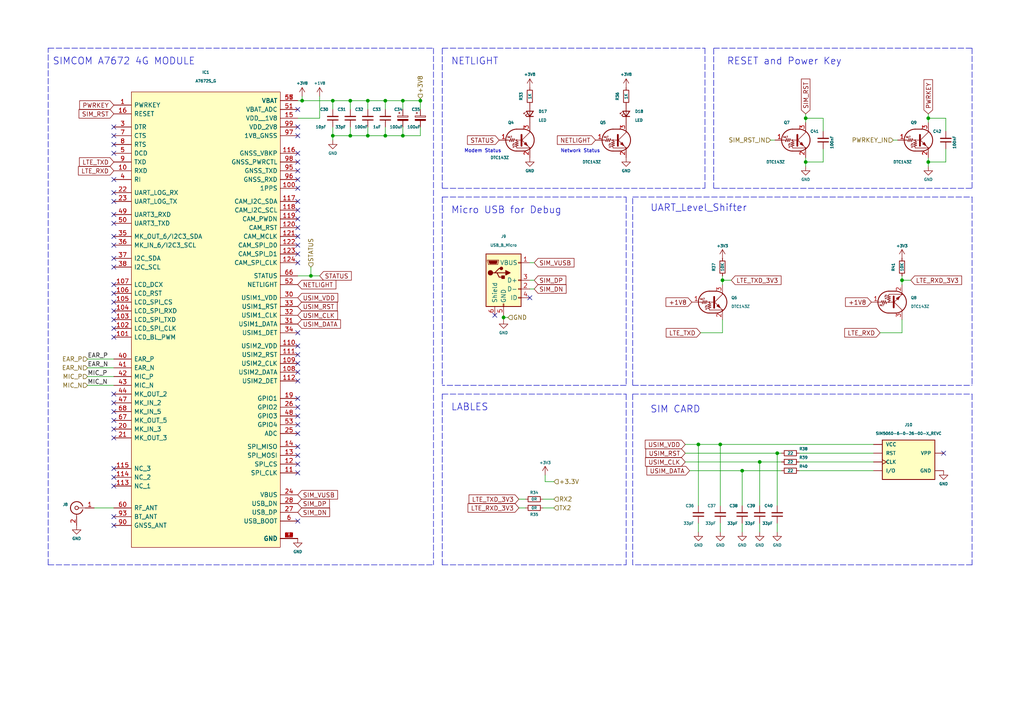
<source format=kicad_sch>
(kicad_sch (version 20211123) (generator eeschema)
  (paper "A4")
  (lib_symbols
    (symbol "A7672X:A7672S_G" (pin_names (offset 0.762))
      (property "Reference" "IC1" (at 26.67 7.62 0))
      (property "Value" "A7672S_G" (at 26.67 5.08 0))
      (symbol "A7672S_G_0_0"
        (pin passive line (at 0 -1.27 0) (length 5.08) (name "PWRKEY") (number "1"))
        (pin passive line (at 0 -20.32 0) (length 5.08) (name "RXD") (number "10"))
        (pin passive line (at 53.34 -25.4 180) (length 5.08) (name "1PPS") (number "100"))
        (pin passive line (at 0 -68.58 0) (length 5.08) (name "LCD_BL_PWM") (number "101"))
        (pin passive line (at 0 -66.04 0) (length 5.08) (name "LCD_SPI_CLK") (number "102"))
        (pin passive line (at 0 -63.5 0) (length 5.08) (name "LCD_SPI_TXD") (number "103"))
        (pin passive line (at 0 -60.96 0) (length 5.08) (name "LCD_SPI_RXD") (number "104"))
        (pin passive line (at 0 -58.42 0) (length 5.08) (name "LCD_SPI_CS") (number "105"))
        (pin passive line (at 0 -55.88 0) (length 5.08) (name "LCD_RST") (number "106"))
        (pin passive line (at 0 -53.34 0) (length 5.08) (name "LCD_DCX") (number "107"))
        (pin passive line (at 53.34 -78.74 180) (length 5.08) (name "USIM2_DATA") (number "108"))
        (pin passive line (at 53.34 -76.2 180) (length 5.08) (name "USIM2_CLK") (number "109"))
        (pin passive line (at 53.34 -107.95 180) (length 5.08) (name "SPI_CLK") (number "11"))
        (pin passive line (at 53.34 -71.12 180) (length 5.08) (name "USIM2_VDD") (number "110"))
        (pin passive line (at 53.34 -73.66 180) (length 5.08) (name "USIM2_RST") (number "111"))
        (pin passive line (at 53.34 -81.28 180) (length 5.08) (name "USIM2_DET") (number "112"))
        (pin passive line (at 0 -111.76 0) (length 5.08) (name "NC_1") (number "113"))
        (pin passive line (at 0 -109.22 0) (length 5.08) (name "NC_2") (number "114"))
        (pin passive line (at 0 -106.68 0) (length 5.08) (name "NC_3") (number "115"))
        (pin passive line (at 53.34 -15.24 180) (length 5.08) (name "GNSS_VBKP") (number "116"))
        (pin passive line (at 53.34 -29.21 180) (length 5.08) (name "CAM_I2C_SDA") (number "117"))
        (pin passive line (at 53.34 -31.75 180) (length 5.08) (name "CAM_I2C_SCL") (number "118"))
        (pin passive line (at 53.34 -34.29 180) (length 5.08) (name "CAM_PWDN") (number "119"))
        (pin passive line (at 53.34 -105.41 180) (length 5.08) (name "SPI_CS") (number "12"))
        (pin passive line (at 53.34 -36.83 180) (length 5.08) (name "CAM_RST") (number "120"))
        (pin passive line (at 53.34 -39.37 180) (length 5.08) (name "CAM_MCLK") (number "121"))
        (pin passive line (at 53.34 -41.91 180) (length 5.08) (name "CAM_SPI_D0") (number "122"))
        (pin passive line (at 53.34 -44.45 180) (length 5.08) (name "CAM_SPI_D1") (number "123"))
        (pin passive line (at 53.34 -46.99 180) (length 5.08) (name "CAM_SPI_CLK") (number "124"))
        (pin passive line (at 53.34 -102.87 180) (length 5.08) (name "SPI_MOSI") (number "13"))
        (pin passive line (at 53.34 -100.33 180) (length 5.08) (name "SPI_MISO") (number "14"))
        (pin passive line (at 53.34 -5.08 180) (length 5.08) (name "VDD__1V8") (number "15"))
        (pin passive line (at 0 -3.81 0) (length 5.08) (name "RESET") (number "16"))
        (pin passive line (at 53.34 -127 180) (length 5.08) (name "GND") (number "17"))
        (pin passive line (at 53.34 -127 180) (length 5.08) (name "GND") (number "18"))
        (pin passive line (at 53.34 -86.36 180) (length 5.08) (name "GPIO1") (number "19"))
        (pin passive line (at 53.34 -127 180) (length 5.08) (name "GND") (number "2"))
        (pin passive line (at 0 -95.25 0) (length 5.08) (name "MK_IN_3") (number "20"))
        (pin passive line (at 0 -97.79 0) (length 5.08) (name "MK_OUT_3") (number "21"))
        (pin passive line (at 0 -26.67 0) (length 5.08) (name "UART_LOG_RX") (number "22"))
        (pin passive line (at 0 -29.21 0) (length 5.08) (name "UART_LOG_TX") (number "23"))
        (pin passive line (at 53.34 -114.3 180) (length 5.08) (name "VBUS") (number "24"))
        (pin passive line (at 53.34 -96.52 180) (length 5.08) (name "ADC") (number "25"))
        (pin passive line (at 53.34 -88.9 180) (length 5.08) (name "GPIO2") (number "26"))
        (pin passive line (at 53.34 -119.38 180) (length 5.08) (name "USB_DP") (number "27"))
        (pin passive line (at 53.34 -116.84 180) (length 5.08) (name "USB_DN") (number "28"))
        (pin passive line (at 53.34 -127 180) (length 5.08) (name "GND") (number "29"))
        (pin passive line (at 0 -7.62 0) (length 5.08) (name "DTR") (number "3"))
        (pin passive line (at 53.34 -57.15 180) (length 5.08) (name "USIM1_VDD") (number "30"))
        (pin passive line (at 53.34 -64.77 180) (length 5.08) (name "USIM1_DATA") (number "31"))
        (pin passive line (at 53.34 -62.23 180) (length 5.08) (name "USIM1_CLK") (number "32"))
        (pin passive line (at 53.34 -59.69 180) (length 5.08) (name "USIM1_RST") (number "33"))
        (pin passive line (at 53.34 -67.31 180) (length 5.08) (name "USIM1_DET") (number "34"))
        (pin passive line (at 0 -39.37 0) (length 5.08) (name "MK_OUT_6/I2C3_SDA") (number "35"))
        (pin passive line (at 0 -41.91 0) (length 5.08) (name "MK_IN_6/I2C3_SCL") (number "36"))
        (pin passive line (at 0 -45.72 0) (length 5.08) (name "I2C_SDA") (number "37"))
        (pin passive line (at 0 -48.26 0) (length 5.08) (name "I2C_SCL") (number "38"))
        (pin passive line (at 53.34 -127 180) (length 5.08) (name "GND") (number "39"))
        (pin passive line (at 0 -22.86 0) (length 5.08) (name "RI") (number "4"))
        (pin passive line (at 0 -74.93 0) (length 5.08) (name "EAR_P") (number "40"))
        (pin passive line (at 0 -77.47 0) (length 5.08) (name "EAR_N") (number "41"))
        (pin passive line (at 0 -80.01 0) (length 5.08) (name "MIC_P") (number "42"))
        (pin passive line (at 0 -82.55 0) (length 5.08) (name "MIC_N") (number "43"))
        (pin passive line (at 0 -85.09 0) (length 5.08) (name "MK_OUT_2") (number "44"))
        (pin passive line (at 53.34 -127 180) (length 5.08) (name "GND") (number "45"))
        (pin passive line (at 53.34 -127 180) (length 5.08) (name "GND") (number "46"))
        (pin passive line (at 0 -87.63 0) (length 5.08) (name "MK_IN_2") (number "47"))
        (pin passive line (at 53.34 -91.44 180) (length 5.08) (name "GPIO3") (number "48"))
        (pin passive line (at 0 -33.02 0) (length 5.08) (name "UART3_RXD") (number "49"))
        (pin passive line (at 0 -15.24 0) (length 5.08) (name "DCD") (number "5"))
        (pin passive line (at 0 -35.56 0) (length 5.08) (name "UART3_TXD") (number "50"))
        (pin passive line (at 53.34 -2.54 180) (length 5.08) (name "VBAT_ADC") (number "51"))
        (pin passive line (at 53.34 -53.34 180) (length 5.08) (name "NETLIGHT") (number "52"))
        (pin passive line (at 53.34 -93.98 180) (length 5.08) (name "GPIO4") (number "53"))
        (pin passive line (at 53.34 -127 180) (length 5.08) (name "GND") (number "54"))
        (pin passive line (at 53.34 0 180) (length 5.08) (name "VBAT") (number "55"))
        (pin passive line (at 53.34 0 180) (length 5.08) (name "VBAT") (number "56"))
        (pin passive line (at 53.34 0 180) (length 5.08) (name "VBAT") (number "57"))
        (pin passive line (at 53.34 -127 180) (length 5.08) (name "GND") (number "58"))
        (pin passive line (at 53.34 -127 180) (length 5.08) (name "GND") (number "59"))
        (pin passive line (at 53.34 -121.92 180) (length 5.08) (name "USB_BOOT") (number "6"))
        (pin passive line (at 0 -118.11 0) (length 5.08) (name "RF_ANT") (number "60"))
        (pin passive line (at 53.34 -127 180) (length 5.08) (name "GND") (number "61"))
        (pin passive line (at 53.34 -127 180) (length 5.08) (name "GND") (number "62"))
        (pin passive line (at 53.34 -127 180) (length 5.08) (name "GND") (number "63"))
        (pin passive line (at 53.34 -127 180) (length 5.08) (name "GND") (number "64"))
        (pin passive line (at 53.34 -127 180) (length 5.08) (name "GND") (number "65"))
        (pin passive line (at 53.34 -50.8 180) (length 5.08) (name "STATUS") (number "66"))
        (pin passive line (at 0 -92.71 0) (length 5.08) (name "MK_OUT_5") (number "67"))
        (pin passive line (at 0 -90.17 0) (length 5.08) (name "MK_IN_5") (number "68"))
        (pin passive line (at 53.34 -127 180) (length 5.08) (name "GND") (number "69"))
        (pin passive line (at 0 -10.16 0) (length 5.08) (name "CTS") (number "7"))
        (pin passive line (at 53.34 -127 180) (length 5.08) (name "GND") (number "70"))
        (pin passive line (at 53.34 -127 180) (length 5.08) (name "GND") (number "71"))
        (pin passive line (at 53.34 -127 180) (length 5.08) (name "GND") (number "72"))
        (pin passive line (at 53.34 -127 180) (length 5.08) (name "GND") (number "73"))
        (pin passive line (at 53.34 -127 180) (length 5.08) (name "GND") (number "74"))
        (pin passive line (at 53.34 -127 180) (length 5.08) (name "GND") (number "75"))
        (pin passive line (at 53.34 -127 180) (length 5.08) (name "GND") (number "76"))
        (pin passive line (at 53.34 -127 180) (length 5.08) (name "GND") (number "77"))
        (pin passive line (at 53.34 -127 180) (length 5.08) (name "GND") (number "78"))
        (pin passive line (at 53.34 -127 180) (length 5.08) (name "GND") (number "79"))
        (pin passive line (at 0 -12.7 0) (length 5.08) (name "RTS") (number "8"))
        (pin passive line (at 53.34 -127 180) (length 5.08) (name "GND") (number "80"))
        (pin passive line (at 53.34 -127 180) (length 5.08) (name "GND") (number "81"))
        (pin passive line (at 53.34 -127 180) (length 5.08) (name "GND") (number "82"))
        (pin passive line (at 53.34 -127 180) (length 5.08) (name "GND") (number "83"))
        (pin passive line (at 53.34 -127 180) (length 5.08) (name "GND") (number "84"))
        (pin passive line (at 53.34 -127 180) (length 5.08) (name "GND") (number "85"))
        (pin passive line (at 53.34 -127 180) (length 5.08) (name "GND") (number "86"))
        (pin passive line (at 53.34 -127 180) (length 5.08) (name "GND") (number "87"))
        (pin passive line (at 53.34 -127 180) (length 5.08) (name "GND") (number "88"))
        (pin passive line (at 53.34 -127 180) (length 5.08) (name "GND") (number "89"))
        (pin passive line (at 0 -17.78 0) (length 5.08) (name "TXD") (number "9"))
        (pin passive line (at 0 -123.19 0) (length 5.08) (name "GNSS_ANT") (number "90"))
        (pin passive line (at 53.34 -127 180) (length 5.08) (name "GND") (number "91"))
        (pin passive line (at 53.34 -127 180) (length 5.08) (name "GND") (number "92"))
        (pin passive line (at 0 -120.65 0) (length 5.08) (name "BT_ANT") (number "93"))
        (pin passive line (at 53.34 -127 180) (length 5.08) (name "GND") (number "94"))
        (pin passive line (at 53.34 -20.32 180) (length 5.08) (name "GNSS_TXD") (number "95"))
        (pin passive line (at 53.34 -22.86 180) (length 5.08) (name "GNSS_RXD") (number "96"))
        (pin passive line (at 53.34 -10.16 180) (length 5.08) (name "1V8_GNSS") (number "97"))
        (pin passive line (at 53.34 -17.78 180) (length 5.08) (name "GNSS_PWRCTL") (number "98"))
        (pin passive line (at 53.34 -7.62 180) (length 5.08) (name "VDD_2V8") (number "99"))
      )
      (symbol "A7672S_G_0_1"
        (polyline (pts (xy 5.08 2.54) (xy 48.26 2.54) (xy 48.26 -129.54) (xy 5.08 -129.54) (xy 5.08 2.54)) (stroke (width 0.1524)) (fill (type background)))
      )
    )
    (symbol "Connector:Conn_Coaxial" (pin_names (offset 1.016) hide)
      (property "Reference" "J" (at 0.254 3.048 0))
      (property "Value" "Conn_Coaxial" (at 2.921 0 90))
      (symbol "Conn_Coaxial_0_1"
        (arc (start -1.778 -0.508) (mid 0.2311 -1.8066) (end 1.778 0) (stroke (width 0.254)))
        (polyline (pts (xy -2.54 0) (xy -0.508 0)))
        (polyline (pts (xy 0 -2.54) (xy 0 -1.778)))
        (circle (center 0 0) (radius 0.508) (stroke (width 0.2032)))
        (arc (start 1.778 0) (mid 0.2099 1.8101) (end -1.778 0.508) (stroke (width 0.254)))
      )
      (symbol "Conn_Coaxial_1_1"
        (pin passive line (at -5.08 0 0) (length 2.54) (name "In") (number "1"))
        (pin passive line (at 0 -5.08 90) (length 2.54) (name "Ext") (number "2"))
      )
    )
    (symbol "Connector:USB_B_Micro" (pin_names (offset 1.016))
      (property "Reference" "J" (at -5.08 11.43 0))
      (property "Value" "USB_B_Micro" (at -5.08 8.89 0))
      (symbol "USB_B_Micro_0_1"
        (rectangle (start -5.08 -7.62) (end 5.08 7.62) (stroke (width 0.254)) (fill (type background)))
        (circle (center -3.81 2.159) (radius 0.635) (stroke (width 0.254)) (fill (type outline)))
        (circle (center -0.635 3.429) (radius 0.381) (stroke (width 0.254)) (fill (type outline)))
        (rectangle (start -0.127 -7.62) (end 0.127 -6.858))
        (polyline (pts (xy -1.905 2.159) (xy 0.635 2.159)) (stroke (width 0.254)))
        (polyline (pts (xy -3.175 2.159) (xy -2.54 2.159) (xy -1.27 3.429) (xy -0.635 3.429)) (stroke (width 0.254)))
        (polyline (pts (xy -2.54 2.159) (xy -1.905 2.159) (xy -1.27 0.889) (xy 0 0.889)) (stroke (width 0.254)))
        (polyline (pts (xy 0.635 2.794) (xy 0.635 1.524) (xy 1.905 2.159) (xy 0.635 2.794)) (stroke (width 0.254)) (fill (type outline)))
        (polyline (pts (xy -4.318 5.588) (xy -1.778 5.588) (xy -2.032 4.826) (xy -4.064 4.826) (xy -4.318 5.588)) (fill (type outline)))
        (polyline (pts (xy -4.699 5.842) (xy -4.699 5.588) (xy -4.445 4.826) (xy -4.445 4.572) (xy -1.651 4.572) (xy -1.651 4.826) (xy -1.397 5.588) (xy -1.397 5.842) (xy -4.699 5.842)))
        (rectangle (start 0.254 1.27) (end -0.508 0.508) (stroke (width 0.254)) (fill (type outline)))
        (rectangle (start 5.08 -5.207) (end 4.318 -4.953))
        (rectangle (start 5.08 -2.667) (end 4.318 -2.413))
        (rectangle (start 5.08 -0.127) (end 4.318 0.127))
        (rectangle (start 5.08 4.953) (end 4.318 5.207))
      )
      (symbol "USB_B_Micro_1_1"
        (pin power_out line (at 7.62 5.08 180) (length 2.54) (name "VBUS") (number "1"))
        (pin bidirectional line (at 7.62 -2.54 180) (length 2.54) (name "D-") (number "2"))
        (pin bidirectional line (at 7.62 0 180) (length 2.54) (name "D+") (number "3"))
        (pin passive line (at 7.62 -5.08 180) (length 2.54) (name "ID") (number "4"))
        (pin power_out line (at 0 -10.16 90) (length 2.54) (name "GND") (number "5"))
        (pin passive line (at -2.54 -10.16 90) (length 2.54) (name "Shield") (number "6"))
      )
    )
    (symbol "Device:C_Polarized_Small" (pin_numbers hide) (pin_names (offset 0.254) hide)
      (property "Reference" "C" (at 0.254 1.778 0))
      (property "Value" "C_Polarized_Small" (at 0.254 -2.032 0))
      (symbol "C_Polarized_Small_0_1"
        (rectangle (start -1.524 -0.3048) (end 1.524 -0.6858) (fill (type outline)))
        (rectangle (start -1.524 0.6858) (end 1.524 0.3048))
        (polyline (pts (xy -1.27 1.524) (xy -0.762 1.524)))
        (polyline (pts (xy -1.016 1.27) (xy -1.016 1.778)))
      )
      (symbol "C_Polarized_Small_1_1"
        (pin passive line (at 0 2.54 270) (length 1.8542) (name "~") (number "1"))
        (pin passive line (at 0 -2.54 90) (length 1.8542) (name "~") (number "2"))
      )
    )
    (symbol "Device:C_Small" (pin_numbers hide) (pin_names (offset 0.254) hide)
      (property "Reference" "C" (at 0.254 1.778 0))
      (property "Value" "C_Small" (at 0.254 -2.032 0))
      (symbol "C_Small_0_1"
        (polyline (pts (xy -1.524 -0.508) (xy 1.524 -0.508)) (stroke (width 0.3302)))
        (polyline (pts (xy -1.524 0.508) (xy 1.524 0.508)) (stroke (width 0.3048)))
      )
      (symbol "C_Small_1_1"
        (pin passive line (at 0 2.54 270) (length 2.032) (name "~") (number "1"))
        (pin passive line (at 0 -2.54 90) (length 2.032) (name "~") (number "2"))
      )
    )
    (symbol "Device:LED_Small" (pin_numbers hide) (pin_names (offset 0.254) hide)
      (property "Reference" "D" (at -1.27 3.175 0))
      (property "Value" "LED_Small" (at -4.445 -2.54 0))
      (symbol "LED_Small_0_1"
        (polyline (pts (xy -0.762 -1.016) (xy -0.762 1.016)) (stroke (width 0.254)))
        (polyline (pts (xy 1.016 0) (xy -0.762 0)))
        (polyline (pts (xy 0.762 -1.016) (xy -0.762 0) (xy 0.762 1.016) (xy 0.762 -1.016)) (stroke (width 0.254)))
        (polyline (pts (xy 0 0.762) (xy -0.508 1.27) (xy -0.254 1.27) (xy -0.508 1.27) (xy -0.508 1.016)))
        (polyline (pts (xy 0.508 1.27) (xy 0 1.778) (xy 0.254 1.778) (xy 0 1.778) (xy 0 1.524)))
      )
      (symbol "LED_Small_1_1"
        (pin passive line (at -2.54 0 0) (length 1.778) (name "K") (number "1"))
        (pin passive line (at 2.54 0 180) (length 1.778) (name "A") (number "2"))
      )
    )
    (symbol "Device:R_Small" (pin_numbers hide) (pin_names (offset 0.254) hide)
      (property "Reference" "R" (at 0.762 0.508 0))
      (property "Value" "R_Small" (at 0.762 -1.016 0))
      (symbol "R_Small_0_1"
        (rectangle (start -0.762 1.778) (end 0.762 -1.778) (stroke (width 0.2032)))
      )
      (symbol "R_Small_1_1"
        (pin passive line (at 0 2.54 270) (length 0.762) (name "~") (number "1"))
        (pin passive line (at 0 -2.54 90) (length 0.762) (name "~") (number "2"))
      )
    )
    (symbol "SIM5060-6-0-26-00-X_REVC:SIM5060-6-0-26-00-X_REVC" (pin_numbers hide) (pin_names (offset 1.016))
      (property "Reference" "J34" (at 0 10.795 0))
      (property "Value" "SIM5060-6-0-26-00-X_REVC" (at 0 8.255 0))
      (symbol "SIM5060-6-0-26-00-X_REVC_0_0"
        (rectangle (start -7.62 6.35) (end 7.62 -5.08) (stroke (width 0.254)) (fill (type background)))
        (pin power_in line (at -10.16 5.08 0) (length 2.54) (name "VCC") (number "C1"))
        (pin input line (at -10.16 2.54 0) (length 2.54) (name "RST") (number "C2"))
        (pin bidirectional clock (at -10.16 0 0) (length 2.54) (name "CLK") (number "C3"))
        (pin power_in line (at 10.16 -2.54 180) (length 2.54) (name "GND") (number "C5"))
        (pin power_in line (at 10.16 2.54 180) (length 2.54) (name "VPP") (number "C6"))
        (pin bidirectional line (at -10.16 -2.54 0) (length 2.54) (name "I/O") (number "C7"))
      )
    )
    (symbol "Transistor_BJT:DTC143Z" (pin_names (offset 0) hide)
      (property "Reference" "Q" (at 5.08 1.905 0))
      (property "Value" "DTC143Z" (at 5.08 0 0))
      (symbol "DTC143Z_0_0"
        (text "47k" (at -2.159 -1.524 900) (effects (font (size 0.508 0.508))))
        (text "4k7" (at -3.302 0.889 0) (effects (font (size 0.508 0.508))))
      )
      (symbol "DTC143Z_0_1"
        (circle (center -1.27 0) (radius 0.127))
        (arc (start -1.27 3.175) (mid -4.445 0) (end -1.27 -3.175) (stroke (width 0.254)))
        (polyline (pts (xy -3.429 0) (xy -3.81 0)))
        (polyline (pts (xy -1.27 -3.175) (xy 0.635 -3.175)) (stroke (width 0.254)))
        (polyline (pts (xy -1.27 3.175) (xy 0.635 3.175)) (stroke (width 0.254)))
        (polyline (pts (xy 0 -0.254) (xy 2.54 2.286)))
        (polyline (pts (xy 0.127 1.524) (xy 0.127 -1.651)) (stroke (width 0.508)) (fill (type outline)))
        (polyline (pts (xy 2.54 2.286) (xy 2.54 2.54)))
        (polyline (pts (xy 2.54 -2.286) (xy 0 0.254) (xy 0 0.254)))
        (polyline (pts (xy 0.889 -1.143) (xy 1.397 -0.635) (xy 1.905 -1.651) (xy 0.889 -1.143)) (fill (type outline)))
        (polyline (pts (xy 0 0) (xy -1.905 0) (xy -2.032 0.508) (xy -2.286 -0.508) (xy -2.54 0.508) (xy -2.794 -0.508) (xy -3.048 0.508) (xy -3.302 -0.508) (xy -3.429 0)))
        (polyline (pts (xy -1.27 0) (xy -1.27 -0.381) (xy -0.762 -0.508) (xy -1.778 -0.762) (xy -0.762 -1.016) (xy -1.778 -1.27) (xy -0.762 -1.524) (xy -1.778 -1.778) (xy -1.27 -1.905) (xy -1.27 -2.286) (xy 2.54 -2.286)))
        (arc (start 0.635 -3.175) (mid 3.81 0) (end 0.635 3.175) (stroke (width 0.254)))
        (circle (center 2.54 -2.286) (radius 0.127))
      )
      (symbol "DTC143Z_1_1"
        (pin input line (at -6.35 0 0) (length 2.54) (name "B") (number "1"))
        (pin passive line (at 2.54 -5.08 90) (length 2.54) (name "E") (number "2"))
        (pin passive line (at 2.54 5.08 270) (length 2.54) (name "C") (number "3"))
      )
    )
    (symbol "power:+1V8" (power) (pin_names (offset 0))
      (property "Value" "+1V8" (at 0 3.556 0))
      (symbol "+1V8_0_1"
        (polyline (pts (xy -0.762 1.27) (xy 0 2.54)))
        (polyline (pts (xy 0 0) (xy 0 2.54)))
        (polyline (pts (xy 0 2.54) (xy 0.762 1.27)))
      )
      (symbol "+1V8_1_1"
        (pin power_in line (at 0 0 90) (length 0) hide (name "+1V8") (number "1"))
      )
    )
    (symbol "power:+3.3V" (power) (pin_names (offset 0))
      (property "Value" "+3.3V" (at 0 3.556 0))
      (symbol "+3.3V_0_1"
        (polyline (pts (xy -0.762 1.27) (xy 0 2.54)))
        (polyline (pts (xy 0 0) (xy 0 2.54)))
        (polyline (pts (xy 0 2.54) (xy 0.762 1.27)))
      )
      (symbol "+3.3V_1_1"
        (pin power_in line (at 0 0 90) (length 0) hide (name "+3V3") (number "1"))
      )
    )
    (symbol "power:+3V8" (power) (pin_names (offset 0))
      (property "Value" "+3V8" (at 0 3.556 0))
      (symbol "+3V8_0_1"
        (polyline (pts (xy -0.762 1.27) (xy 0 2.54)))
        (polyline (pts (xy 0 0) (xy 0 2.54)))
        (polyline (pts (xy 0 2.54) (xy 0.762 1.27)))
      )
      (symbol "+3V8_1_1"
        (pin power_in line (at 0 0 90) (length 0) hide (name "+3V8") (number "1"))
      )
    )
    (symbol "power:GND" (power) (pin_names (offset 0))
      (property "Value" "GND" (at 0 -3.81 0))
      (symbol "GND_0_1"
        (polyline (pts (xy 0 0) (xy 0 -1.27) (xy 1.27 -1.27) (xy 0 -2.54) (xy -1.27 -1.27) (xy 0 -1.27)))
      )
      (symbol "GND_1_1"
        (pin power_in line (at 0 0 270) (length 0) hide (name "GND") (number "1"))
      )
    )
  )
  (junction (at 116.84 39.37))
  (junction (at 202.565 128.905))
  (junction (at 233.68 34.29))
  (junction (at 225.425 131.445))
  (junction (at 106.68 39.37))
  (junction (at 106.68 29.21))
  (junction (at 96.52 39.37))
  (junction (at 111.76 39.37))
  (junction (at 215.265 136.525))
  (junction (at 208.915 128.905))
  (junction (at 269.24 34.29))
  (junction (at 233.68 46.99))
  (junction (at 116.84 29.21))
  (junction (at 87.63 29.21))
  (junction (at 121.92 29.21))
  (junction (at 101.6 39.37))
  (junction (at 90.17 80.01))
  (junction (at 146.05 92.075))
  (junction (at 101.6 29.21))
  (junction (at 220.345 133.985))
  (junction (at 209.55 81.28))
  (junction (at 261.62 81.28))
  (junction (at 96.52 29.21))
  (junction (at 269.24 46.99))
  (junction (at 111.76 29.21))
  (no_connect (at 86.36 58.42))
  (no_connect (at 33.02 85.09))
  (no_connect (at 33.02 82.55))
  (no_connect (at 143.51 91.44))
  (no_connect (at 86.36 100.33))
  (no_connect (at 33.02 52.07))
  (no_connect (at 33.02 64.77))
  (no_connect (at 86.36 52.07))
  (no_connect (at 86.36 134.62))
  (no_connect (at 86.36 44.45))
  (no_connect (at 33.02 121.92))
  (no_connect (at 153.67 86.36))
  (no_connect (at 86.36 115.57))
  (no_connect (at 33.02 116.84))
  (no_connect (at 33.02 152.4))
  (no_connect (at 33.02 44.45))
  (no_connect (at 33.02 127))
  (no_connect (at 86.36 123.19))
  (no_connect (at 86.36 137.16))
  (no_connect (at 33.02 95.25))
  (no_connect (at 33.02 140.97))
  (no_connect (at 33.02 87.63))
  (no_connect (at 33.02 135.89))
  (no_connect (at 33.02 119.38))
  (no_connect (at 86.36 110.49))
  (no_connect (at 33.02 114.3))
  (no_connect (at 86.36 63.5))
  (no_connect (at 86.36 46.99))
  (no_connect (at 86.36 107.95))
  (no_connect (at 86.36 132.08))
  (no_connect (at 86.36 60.96))
  (no_connect (at 86.36 39.37))
  (no_connect (at 33.02 124.46))
  (no_connect (at 33.02 92.71))
  (no_connect (at 86.36 151.13))
  (no_connect (at 33.02 149.86))
  (no_connect (at 86.36 120.65))
  (no_connect (at 86.36 73.66))
  (no_connect (at 86.36 68.58))
  (no_connect (at 86.36 125.73))
  (no_connect (at 33.02 41.91))
  (no_connect (at 33.02 58.42))
  (no_connect (at 273.685 131.445))
  (no_connect (at 33.02 68.58))
  (no_connect (at 33.02 74.93))
  (no_connect (at 33.02 62.23))
  (no_connect (at 86.36 102.87))
  (no_connect (at 33.02 55.88))
  (no_connect (at 33.02 97.79))
  (no_connect (at 86.36 66.04))
  (no_connect (at 33.02 90.17))
  (no_connect (at 86.36 49.53))
  (no_connect (at 86.36 71.12))
  (no_connect (at 86.36 129.54))
  (no_connect (at 33.02 39.37))
  (no_connect (at 33.02 71.12))
  (no_connect (at 86.36 31.75))
  (no_connect (at 33.02 36.83))
  (no_connect (at 86.36 76.2))
  (no_connect (at 86.36 36.83))
  (no_connect (at 33.02 138.43))
  (no_connect (at 86.36 105.41))
  (no_connect (at 86.36 54.61))
  (no_connect (at 86.36 96.52))
  (no_connect (at 86.36 118.11))
  (no_connect (at 33.02 77.47))
  (wire (pts (xy 90.17 80.01) (xy 86.36 80.01)))
  (polyline (pts (xy 128.27 163.83) (xy 181.61 163.83)))
  (wire (pts (xy 96.52 39.37) (xy 96.52 40.64)))
  (wire (pts (xy 274.32 34.29) (xy 269.24 34.29)))
  (wire (pts (xy 106.68 39.37) (xy 111.76 39.37)))
  (wire (pts (xy 90.17 77.47) (xy 90.17 80.01)))
  (polyline (pts (xy 204.47 13.97) (xy 204.47 54.61)))
  (wire (pts (xy 87.63 29.21) (xy 96.52 29.21)))
  (wire (pts (xy 215.265 136.525) (xy 226.695 136.525)))
  (wire (pts (xy 146.05 92.075) (xy 147.32 92.075)))
  (wire (pts (xy 209.55 92.71) (xy 209.55 96.52)))
  (wire (pts (xy 261.62 92.71) (xy 261.62 96.52)))
  (wire (pts (xy 111.76 29.21) (xy 111.76 31.75)))
  (wire (pts (xy 157.48 144.78) (xy 160.655 144.78)))
  (wire (pts (xy 215.265 151.765) (xy 215.265 154.305)))
  (wire (pts (xy 220.345 151.765) (xy 220.345 154.305)))
  (wire (pts (xy 231.775 133.985) (xy 253.365 133.985)))
  (polyline (pts (xy 128.27 57.15) (xy 128.27 111.76)))
  (wire (pts (xy 208.915 128.905) (xy 253.365 128.905)))
  (wire (pts (xy 116.84 29.21) (xy 116.84 31.75)))
  (wire (pts (xy 146.05 92.075) (xy 146.05 91.44)))
  (wire (pts (xy 198.755 128.905) (xy 202.565 128.905)))
  (wire (pts (xy 269.24 45.72) (xy 269.24 46.99)))
  (polyline (pts (xy 128.27 13.97) (xy 204.47 13.97)))
  (polyline (pts (xy 281.94 13.97) (xy 281.94 54.61)))
  (wire (pts (xy 202.565 128.905) (xy 208.915 128.905)))
  (polyline (pts (xy 183.515 114.3) (xy 281.94 114.3)))
  (wire (pts (xy 116.84 29.21) (xy 121.92 29.21)))
  (polyline (pts (xy 207.01 54.61) (xy 207.01 13.97)))
  (wire (pts (xy 87.63 29.21) (xy 86.36 29.21)))
  (wire (pts (xy 223.52 40.64) (xy 224.79 40.64)))
  (wire (pts (xy 106.68 36.83) (xy 106.68 39.37)))
  (wire (pts (xy 101.6 29.21) (xy 101.6 31.75)))
  (wire (pts (xy 274.32 46.99) (xy 269.24 46.99)))
  (wire (pts (xy 259.08 40.64) (xy 260.35 40.64)))
  (polyline (pts (xy 13.97 13.97) (xy 125.73 13.97)))
  (wire (pts (xy 27.305 147.32) (xy 33.02 147.32)))
  (wire (pts (xy 233.68 33.02) (xy 233.68 34.29)))
  (wire (pts (xy 101.6 36.83) (xy 101.6 39.37)))
  (wire (pts (xy 202.565 151.765) (xy 202.565 154.305)))
  (wire (pts (xy 92.71 34.29) (xy 86.36 34.29)))
  (wire (pts (xy 209.55 81.28) (xy 209.55 82.55)))
  (wire (pts (xy 116.84 36.83) (xy 116.84 39.37)))
  (wire (pts (xy 111.76 36.83) (xy 111.76 39.37)))
  (wire (pts (xy 87.63 27.94) (xy 87.63 29.21)))
  (wire (pts (xy 111.76 29.21) (xy 116.84 29.21)))
  (polyline (pts (xy 281.94 114.3) (xy 281.94 163.83)))
  (polyline (pts (xy 128.27 163.83) (xy 128.27 114.3)))
  (wire (pts (xy 200.025 136.525) (xy 215.265 136.525)))
  (polyline (pts (xy 207.01 54.61) (xy 281.94 54.61)))
  (wire (pts (xy 92.71 27.94) (xy 92.71 34.29)))
  (wire (pts (xy 111.76 39.37) (xy 116.84 39.37)))
  (wire (pts (xy 92.71 80.01) (xy 90.17 80.01)))
  (wire (pts (xy 96.52 39.37) (xy 101.6 39.37)))
  (polyline (pts (xy 13.97 163.83) (xy 125.73 163.83)))
  (wire (pts (xy 233.68 46.99) (xy 233.68 48.26)))
  (polyline (pts (xy 128.27 54.61) (xy 128.27 13.97)))
  (wire (pts (xy 269.24 34.29) (xy 269.24 35.56)))
  (wire (pts (xy 238.76 38.1) (xy 238.76 34.29)))
  (wire (pts (xy 160.655 139.7) (xy 158.115 139.7)))
  (wire (pts (xy 121.92 29.21) (xy 121.92 31.75)))
  (polyline (pts (xy 128.27 114.3) (xy 181.61 114.3)))
  (wire (pts (xy 96.52 31.75) (xy 96.52 29.21)))
  (wire (pts (xy 238.76 34.29) (xy 233.68 34.29)))
  (wire (pts (xy 233.68 45.72) (xy 233.68 46.99)))
  (polyline (pts (xy 183.515 111.76) (xy 281.94 111.76)))
  (polyline (pts (xy 183.515 111.76) (xy 183.515 57.15)))
  (wire (pts (xy 157.48 147.32) (xy 160.655 147.32)))
  (polyline (pts (xy 281.94 163.83) (xy 183.515 163.83)))
  (wire (pts (xy 225.425 131.445) (xy 225.425 146.685)))
  (wire (pts (xy 261.62 96.52) (xy 255.27 96.52)))
  (polyline (pts (xy 181.61 114.3) (xy 181.61 163.83)))
  (wire (pts (xy 121.92 36.83) (xy 121.92 39.37)))
  (wire (pts (xy 208.915 151.765) (xy 208.915 154.305)))
  (wire (pts (xy 198.755 131.445) (xy 225.425 131.445)))
  (wire (pts (xy 238.76 43.18) (xy 238.76 46.99)))
  (polyline (pts (xy 125.73 13.97) (xy 125.73 163.83)))
  (wire (pts (xy 269.24 33.02) (xy 269.24 34.29)))
  (wire (pts (xy 106.68 29.21) (xy 111.76 29.21)))
  (wire (pts (xy 25.4 104.14) (xy 33.02 104.14)))
  (wire (pts (xy 25.4 111.76) (xy 33.02 111.76)))
  (wire (pts (xy 220.345 133.985) (xy 220.345 146.685)))
  (wire (pts (xy 150.495 147.32) (xy 152.4 147.32)))
  (wire (pts (xy 106.68 29.21) (xy 106.68 31.75)))
  (wire (pts (xy 269.24 46.99) (xy 269.24 48.26)))
  (wire (pts (xy 150.495 144.78) (xy 152.4 144.78)))
  (wire (pts (xy 233.68 34.29) (xy 233.68 35.56)))
  (wire (pts (xy 209.55 80.01) (xy 209.55 81.28)))
  (wire (pts (xy 121.92 28.575) (xy 121.92 29.21)))
  (wire (pts (xy 101.6 29.21) (xy 106.68 29.21)))
  (wire (pts (xy 209.55 96.52) (xy 203.2 96.52)))
  (wire (pts (xy 274.32 34.29) (xy 274.32 38.1)))
  (wire (pts (xy 231.775 131.445) (xy 253.365 131.445)))
  (wire (pts (xy 25.4 106.68) (xy 33.02 106.68)))
  (wire (pts (xy 225.425 131.445) (xy 226.695 131.445)))
  (wire (pts (xy 146.05 92.71) (xy 146.05 92.075)))
  (wire (pts (xy 153.67 76.2) (xy 154.94 76.2)))
  (wire (pts (xy 274.32 43.18) (xy 274.32 46.99)))
  (wire (pts (xy 225.425 151.765) (xy 225.425 154.305)))
  (polyline (pts (xy 13.97 163.83) (xy 13.97 13.97)))
  (polyline (pts (xy 207.01 13.97) (xy 281.94 13.97)))
  (wire (pts (xy 153.67 81.28) (xy 154.94 81.28)))
  (polyline (pts (xy 183.515 57.15) (xy 281.94 57.15)))
  (wire (pts (xy 101.6 39.37) (xy 106.68 39.37)))
  (wire (pts (xy 220.345 133.985) (xy 226.695 133.985)))
  (polyline (pts (xy 281.94 57.15) (xy 281.94 111.76)))
  (wire (pts (xy 158.115 139.7) (xy 158.115 137.795)))
  (polyline (pts (xy 128.27 54.61) (xy 204.47 54.61)))
  (wire (pts (xy 261.62 80.01) (xy 261.62 81.28)))
  (wire (pts (xy 238.76 46.99) (xy 233.68 46.99)))
  (wire (pts (xy 215.265 136.525) (xy 215.265 146.685)))
  (wire (pts (xy 261.62 81.28) (xy 264.16 81.28)))
  (wire (pts (xy 96.52 29.21) (xy 101.6 29.21)))
  (wire (pts (xy 198.755 133.985) (xy 220.345 133.985)))
  (wire (pts (xy 208.915 128.905) (xy 208.915 146.685)))
  (wire (pts (xy 202.565 146.685) (xy 202.565 128.905)))
  (polyline (pts (xy 181.61 111.76) (xy 128.27 111.76)))
  (polyline (pts (xy 183.515 114.3) (xy 183.515 163.83)))
  (wire (pts (xy 261.62 81.28) (xy 261.62 82.55)))
  (wire (pts (xy 231.775 136.525) (xy 253.365 136.525)))
  (polyline (pts (xy 181.61 57.15) (xy 181.61 111.76)))
  (wire (pts (xy 153.67 83.82) (xy 154.94 83.82)))
  (polyline (pts (xy 128.27 57.15) (xy 181.61 57.15)))
  (wire (pts (xy 25.4 109.22) (xy 33.02 109.22)))
  (wire (pts (xy 116.84 39.37) (xy 121.92 39.37)))
  (wire (pts (xy 96.52 36.83) (xy 96.52 39.37)))
  (wire (pts (xy 209.55 81.28) (xy 212.09 81.28)))
  (text "Modem Status" (at 134.62 44.45 0) (effects (font (size 1 1)) (justify left bottom)))
  (text "UART_Level_Shifter" (at 188.595 61.595 0) (effects (font (size 2 2)) (justify left bottom)))
  (text "NETLIGHT" (at 130.81 19.05 0) (effects (font (size 2 2)) (justify left bottom)))
  (text "RESET and Power Key" (at 210.82 19.05 0) (effects (font (size 2 2)) (justify left bottom)))
  (text "SIMCOM A7672 4G MODULE" (at 15.24 19.05 0) (effects (font (size 2 2)) (justify left bottom)))
  (text "Micro USB for Debug" (at 130.81 62.23 0) (effects (font (size 2 2)) (justify left bottom)))
  (text "LABLES" (at 130.81 119.38 0) (effects (font (size 2 2)) (justify left bottom)))
  (text "Network Status" (at 162.56 44.45 0) (effects (font (size 1 1)) (justify left bottom)))
  (text "SIM CARD" (at 188.595 120.015 0) (effects (font (size 2 2)) (justify left bottom)))
  (label "MIC_P" (at 25.4 109.22 0))
  (label "EAR_P" (at 25.4 104.14 0))
  (label "MIC_N" (at 25.4 111.76 0))
  (label "EAR_N" (at 25.4 106.68 0))
  (global_label "+1V8" (shape input) (at 200.66 87.63 180) (property "Intersheet References" "${INTERSHEET_REFS}" (effects hide)))
  (global_label "LTE_TXD_3V3" (shape input) (at 150.495 144.78 180) (property "Intersheet References" "${INTERSHEET_REFS}" (effects hide)))
  (global_label "SIM_DN" (shape input) (at 154.94 83.82 0) (property "Intersheet References" "${INTERSHEET_REFS}" (effects hide)))
  (global_label "SIM_RST" (shape input) (at 233.68 33.02 90) (property "Intersheet References" "${INTERSHEET_REFS}" (effects hide)))
  (global_label "PWRKEY" (shape input) (at 33.02 30.48 180) (property "Intersheet References" "${INTERSHEET_REFS}" (effects hide)))
  (global_label "LTE_RXD_3V3" (shape input) (at 150.495 147.32 180) (property "Intersheet References" "${INTERSHEET_REFS}" (effects hide)))
  (global_label "LTE_RXD" (shape input) (at 33.02 49.53 180) (property "Intersheet References" "${INTERSHEET_REFS}" (effects hide)))
  (global_label "PWRKEY" (shape input) (at 269.24 33.02 90) (property "Intersheet References" "${INTERSHEET_REFS}" (effects hide)))
  (global_label "USIM_CLK" (shape input) (at 86.36 91.44 0) (property "Intersheet References" "${INTERSHEET_REFS}" (effects hide)))
  (global_label "USIM_DATA" (shape input) (at 200.025 136.525 180) (property "Intersheet References" "${INTERSHEET_REFS}" (effects hide)))
  (global_label "NETLIGHT" (shape input) (at 172.72 40.64 180) (property "Intersheet References" "${INTERSHEET_REFS}" (effects hide)))
  (global_label "LTE_TXD" (shape input) (at 33.02 46.99 180) (property "Intersheet References" "${INTERSHEET_REFS}" (effects hide)))
  (global_label "USIM_RST" (shape input) (at 86.36 88.9 0) (property "Intersheet References" "${INTERSHEET_REFS}" (effects hide)))
  (global_label "LTE_TXD" (shape input) (at 203.2 96.52 180) (property "Intersheet References" "${INTERSHEET_REFS}" (effects hide)))
  (global_label "STATUS" (shape input) (at 144.78 40.64 180) (property "Intersheet References" "${INTERSHEET_REFS}" (effects hide)))
  (global_label "USIM_VDD" (shape input) (at 198.755 128.905 180) (property "Intersheet References" "${INTERSHEET_REFS}" (effects hide)))
  (global_label "+1V8" (shape input) (at 252.73 87.63 180) (property "Intersheet References" "${INTERSHEET_REFS}" (effects hide)))
  (global_label "LTE_RXD" (shape input) (at 255.27 96.52 180) (property "Intersheet References" "${INTERSHEET_REFS}" (effects hide)))
  (global_label "SIM_VUSB" (shape input) (at 154.94 76.2 0) (property "Intersheet References" "${INTERSHEET_REFS}" (effects hide)))
  (global_label "SIM_VUSB" (shape input) (at 86.36 143.51 0) (property "Intersheet References" "${INTERSHEET_REFS}" (effects hide)))
  (global_label "STATUS" (shape input) (at 92.71 80.01 0) (property "Intersheet References" "${INTERSHEET_REFS}" (effects hide)))
  (global_label "SIM_DP" (shape input) (at 86.36 146.05 0) (property "Intersheet References" "${INTERSHEET_REFS}" (effects hide)))
  (global_label "LTE_TXD_3V3" (shape input) (at 212.09 81.28 0) (property "Intersheet References" "${INTERSHEET_REFS}" (effects hide)))
  (global_label "LTE_RXD_3V3" (shape input) (at 264.16 81.28 0) (property "Intersheet References" "${INTERSHEET_REFS}" (effects hide)))
  (global_label "SIM_DP" (shape input) (at 154.94 81.28 0) (property "Intersheet References" "${INTERSHEET_REFS}" (effects hide)))
  (global_label "SIM_DN" (shape input) (at 86.36 148.59 0) (property "Intersheet References" "${INTERSHEET_REFS}" (effects hide)))
  (global_label "NETLIGHT" (shape input) (at 86.36 82.55 0) (property "Intersheet References" "${INTERSHEET_REFS}" (effects hide)))
  (global_label "SIM_RST" (shape input) (at 33.02 33.02 180) (property "Intersheet References" "${INTERSHEET_REFS}" (effects hide)))
  (global_label "USIM_DATA" (shape input) (at 86.36 93.98 0) (property "Intersheet References" "${INTERSHEET_REFS}" (effects hide)))
  (global_label "USIM_CLK" (shape input) (at 198.755 133.985 180) (property "Intersheet References" "${INTERSHEET_REFS}" (effects hide)))
  (global_label "USIM_VDD" (shape input) (at 86.36 86.36 0) (property "Intersheet References" "${INTERSHEET_REFS}" (effects hide)))
  (global_label "USIM_RST" (shape input) (at 198.755 131.445 180) (property "Intersheet References" "${INTERSHEET_REFS}" (effects hide)))
  (hierarchical_label "EAR_N" (shape input) (at 25.4 106.68 180))
  (hierarchical_label "EAR_P" (shape input) (at 25.4 104.14 180))
  (hierarchical_label "PWRKEY_IN" (shape input) (at 259.08 40.64 180))
  (hierarchical_label "+3V8" (shape input) (at 121.92 28.575 90))
  (hierarchical_label "TX2" (shape input) (at 160.655 147.32 0))
  (hierarchical_label "STATUS" (shape input) (at 90.17 77.47 90))
  (hierarchical_label "+3.3V" (shape input) (at 160.655 139.7 0))
  (hierarchical_label "SIM_RST_IN" (shape input) (at 223.52 40.64 180))
  (hierarchical_label "GND" (shape input) (at 147.32 92.075 0))
  (hierarchical_label "RX2" (shape input) (at 160.655 144.78 0))
  (hierarchical_label "MIC_P" (shape input) (at 25.4 109.22 180))
  (hierarchical_label "MIC_N" (shape input) (at 25.4 111.76 180))
  (symbol (lib_id "power:GND") (at 220.345 154.305 0) (unit 1)
    (property "Reference" "#PWR0169" (effects hide))
    (property "Value" "GND" (at 220.345 158.115 0) (effects (font (size 0.8 0.8))))
  )
  (symbol (lib_id "Device:C_Small") (at 274.32 40.64 180) (unit 1)
    (property "Reference" "C42" (at 273.05 38.1 0) (effects (font (size 0.8 0.8)) (justify left)))
    (property "Value" "100nF" (at 276.86 39.37 90) (effects (font (size 0.8 0.8)) (justify left)))
    (property "Footprint" "Capacitor_SMD:C_0603_1608Metric" (effects hide))
  )
  (symbol (lib_id "power:+3.3V") (at 158.115 137.795 0) (unit 1)
    (property "Reference" "#PWR0164" (effects hide))
    (property "Value" "+3.3V" (at 158.115 134.1904 0) (effects (font (size 0.8 0.8))))
  )
  (symbol (lib_id "power:+3V8") (at 87.63 27.94 0) (unit 1)
    (property "Reference" "#PWR0174" (effects hide))
    (property "Value" "+3V8" (at 87.63 24.13 0) (effects (font (size 0.8 0.8))))
  )
  (symbol (lib_id "power:GND") (at 215.265 154.305 0) (unit 1)
    (property "Reference" "#PWR0170" (effects hide))
    (property "Value" "GND" (at 215.265 158.115 0) (effects (font (size 0.8 0.8))))
  )
  (symbol (lib_id "Device:C_Small") (at 208.915 149.225 180) (unit 1)
    (property "Reference" "C37" (at 207.645 146.685 0) (effects (font (size 0.8 0.8)) (justify left)))
    (property "Value" "33pF" (at 207.645 151.765 0) (effects (font (size 0.8 0.8)) (justify left)))
    (property "Footprint" "Capacitor_SMD:C_0603_1608Metric" (effects hide))
  )
  (symbol (lib_id "Device:C_Small") (at 101.6 34.29 180) (unit 1)
    (property "Reference" "C31" (at 100.33 31.75 0) (effects (font (size 0.8 0.8)) (justify left)))
    (property "Value" "33pF" (at 100.33 36.83 0) (effects (font (size 0.8 0.8)) (justify left)))
    (property "Footprint" "Capacitor_SMD:C_0603_1608Metric" (effects hide))
  )
  (symbol (lib_id "power:+3.3V") (at 261.62 74.93 0) (unit 1)
    (property "Reference" "#PWR0166" (effects hide))
    (property "Value" "+3.3V" (at 261.62 71.3254 0) (effects (font (size 0.8 0.8))))
  )
  (symbol (lib_id "Device:C_Small") (at 202.565 149.225 180) (unit 1)
    (property "Reference" "C36" (at 201.295 146.685 0) (effects (font (size 0.8 0.8)) (justify left)))
    (property "Value" "33pF" (at 201.295 151.765 0) (effects (font (size 0.8 0.8)) (justify left)))
    (property "Footprint" "Capacitor_SMD:C_0603_1608Metric" (effects hide))
  )
  (symbol (lib_id "Device:LED_Small") (at 153.67 33.02 90) (unit 1)
    (property "Reference" "D17" (at 156.21 32.3215 90) (effects (font (size 0.8 0.8)) (justify right)))
    (property "Value" "LED" (at 156.21 34.8615 90) (effects (font (size 0.8 0.8)) (justify right)))
    (property "Footprint" "LED_SMD:LED_0603_1608Metric" (effects hide))
  )
  (symbol (lib_id "Transistor_BJT:DTC143Z") (at 151.13 40.64 0) (unit 1)
    (property "Reference" "Q4" (at 147.32 35.56 0) (effects (font (size 0.8 0.8)) (justify left)))
    (property "Value" "DTC143Z" (at 142.24 45.72 0) (effects (font (size 0.8 0.8)) (justify left)))
    (property "Footprint" "Package_TO_SOT_SMD:SOT-416" (effects hide))
  )
  (symbol (lib_id "Device:C_Small") (at 225.425 149.225 180) (unit 1)
    (property "Reference" "C40" (at 224.155 146.685 0) (effects (font (size 0.8 0.8)) (justify left)))
    (property "Value" "33pF" (at 224.155 151.765 0) (effects (font (size 0.8 0.8)) (justify left)))
    (property "Footprint" "Capacitor_SMD:C_0603_1608Metric" (effects hide))
  )
  (symbol (lib_id "Device:R_Small") (at 154.94 147.32 90) (unit 1)
    (property "Reference" "R35" (at 154.94 149.225 90) (effects (font (size 0.8 0.8))))
    (property "Value" "0R" (at 154.94 147.32 90) (effects (font (size 0.8 0.8))))
    (property "Footprint" "Resistor_SMD:R_0603_1608Metric" (effects hide))
  )
  (symbol (lib_id "Device:R_Small") (at 209.55 77.47 180) (unit 1)
    (property "Reference" "R37" (at 207.01 77.47 90) (effects (font (size 0.8 0.8))))
    (property "Value" "10K" (at 209.55 77.47 90) (effects (font (size 0.8 0.8))))
    (property "Footprint" "Resistor_SMD:R_0603_1608Metric" (effects hide))
  )
  (symbol (lib_id "power:GND") (at 146.05 92.71 0) (unit 1)
    (property "Reference" "#PWR0163" (effects hide))
    (property "Value" "GND" (at 146.05 96.52 0) (effects (font (size 0.8 0.8))))
  )
  (symbol (lib_id "power:GND") (at 208.915 154.305 0) (unit 1)
    (property "Reference" "#PWR0171" (effects hide))
    (property "Value" "GND" (at 208.915 158.115 0) (effects (font (size 0.8 0.8))))
  )
  (symbol (lib_id "Device:R_Small") (at 153.67 27.94 180) (unit 1)
    (property "Reference" "R33" (at 151.13 27.94 90) (effects (font (size 0.8 0.8))))
    (property "Value" "1K" (at 153.67 27.94 90) (effects (font (size 0.8 0.8))))
    (property "Footprint" "Resistor_SMD:R_0603_1608Metric" (effects hide))
  )
  (symbol (lib_id "Device:C_Polarized_Small") (at 121.92 34.29 0) (unit 1)
    (property "Reference" "C35" (at 119.38 31.75 0) (effects (font (size 0.8 0.8)) (justify left)))
    (property "Value" "100uF" (at 118.11 36.83 0) (effects (font (size 0.8 0.8)) (justify left)))
    (property "Footprint" "Capacitor_Tantalum_SMD:CP_EIA-3528-15_AVX-H" (effects hide))
  )
  (symbol (lib_id "power:GND") (at 181.61 45.72 0) (unit 1)
    (property "Reference" "#PWR0160" (effects hide))
    (property "Value" "GND" (at 181.61 49.53 0) (effects (font (size 0.8 0.8))))
  )
  (symbol (lib_id "Device:C_Small") (at 96.52 34.29 180) (unit 1)
    (property "Reference" "C30" (at 95.25 31.75 0) (effects (font (size 0.8 0.8)) (justify left)))
    (property "Value" "10pF" (at 94.615 36.83 0) (effects (font (size 0.8 0.8)) (justify left)))
    (property "Footprint" "Capacitor_SMD:C_0603_1608Metric" (effects hide))
  )
  (symbol (lib_id "Transistor_BJT:DTC143Z") (at 259.08 87.63 0) (mirror x) (unit 1)
    (property "Reference" "Q8" (at 264.16 86.3599 0) (effects (font (size 0.8 0.8)) (justify left)))
    (property "Value" "DTC143Z" (at 264.16 88.8999 0) (effects (font (size 0.8 0.8)) (justify left)))
    (property "Footprint" "Package_TO_SOT_SMD:SOT-416" (effects hide))
  )
  (symbol (lib_id "Connector:Conn_Coaxial") (at 22.225 147.32 0) (mirror y) (unit 1)
    (property "Reference" "J8" (at 19.685 146.3431 0) (effects (font (size 0.8 0.8)) (justify left)))
    (property "Value" "Conn_Coaxial" (effects hide))
    (property "Footprint" "Connector_Coaxial:U.FL_Hirose_U.FL-R-SMT-1_Vertical" (effects hide))
    (property "Datasheet" " ~" (effects hide))
  )
  (symbol (lib_id "Device:LED_Small") (at 181.61 33.02 90) (unit 1)
    (property "Reference" "D18" (at 184.15 32.3215 90) (effects (font (size 0.8 0.8)) (justify right)))
    (property "Value" "LED" (at 184.15 34.8615 90) (effects (font (size 0.8 0.8)) (justify right)))
    (property "Footprint" "LED_SMD:LED_0603_1608Metric" (effects hide))
  )
  (symbol (lib_id "Device:C_Polarized_Small") (at 116.84 34.29 0) (unit 1)
    (property "Reference" "C34" (at 114.3 31.75 0) (effects (font (size 0.8 0.8)) (justify left)))
    (property "Value" "100uF" (at 113.03 36.83 0) (effects (font (size 0.8 0.8)) (justify left)))
    (property "Footprint" "Capacitor_Tantalum_SMD:CP_EIA-3528-15_AVX-H" (effects hide))
  )
  (symbol (lib_id "Transistor_BJT:DTC143Z") (at 179.07 40.64 0) (unit 1)
    (property "Reference" "Q5" (at 173.99 35.56 0) (effects (font (size 0.8 0.8)) (justify left)))
    (property "Value" "DTC143Z" (at 168.91 46.99 0) (effects (font (size 0.8 0.8)) (justify left)))
    (property "Footprint" "Package_TO_SOT_SMD:SOT-416" (effects hide))
  )
  (symbol (lib_id "Device:C_Small") (at 111.76 34.29 180) (unit 1)
    (property "Reference" "C33" (at 110.49 31.75 0) (effects (font (size 0.8 0.8)) (justify left)))
    (property "Value" "1uF" (at 110.49 36.83 0) (effects (font (size 0.8 0.8)) (justify left)))
    (property "Footprint" "Capacitor_SMD:C_0603_1608Metric" (effects hide))
  )
  (symbol (lib_id "Device:R_Small") (at 229.235 131.445 90) (unit 1)
    (property "Reference" "R38" (at 233.045 130.175 90) (effects (font (size 0.8 0.8))))
    (property "Value" "22" (at 229.235 131.445 90) (effects (font (size 0.8 0.8))))
    (property "Footprint" "Resistor_SMD:R_0603_1608Metric" (effects hide))
  )
  (symbol (lib_id "Device:R_Small") (at 261.62 77.47 180) (unit 1)
    (property "Reference" "R41" (at 259.08 77.47 90) (effects (font (size 0.8 0.8))))
    (property "Value" "10K" (at 261.62 77.47 90) (effects (font (size 0.8 0.8))))
    (property "Footprint" "Resistor_SMD:R_0603_1608Metric" (effects hide))
  )
  (symbol (lib_id "power:GND") (at 153.67 45.72 0) (unit 1)
    (property "Reference" "#PWR0158" (effects hide))
    (property "Value" "GND" (at 153.67 49.53 0) (effects (font (size 0.8 0.8))))
  )
  (symbol (lib_id "Device:R_Small") (at 229.235 133.985 90) (unit 1)
    (property "Reference" "R39" (at 233.045 132.715 90) (effects (font (size 0.8 0.8))))
    (property "Value" "22" (at 229.235 133.985 90) (effects (font (size 0.8 0.8))))
    (property "Footprint" "Resistor_SMD:R_0603_1608Metric" (effects hide))
  )
  (symbol (lib_id "power:GND") (at 96.52 40.64 0) (unit 1)
    (property "Reference" "#PWR0173" (effects hide))
    (property "Value" "GND" (at 96.52 44.45 0) (effects (font (size 0.8 0.8))))
  )
  (symbol (lib_id "power:GND") (at 233.68 48.26 0) (unit 1)
    (property "Reference" "#PWR0162" (effects hide))
    (property "Value" "GND" (at 233.68 52.07 0) (effects (font (size 0.8 0.8))))
  )
  (symbol (lib_id "A7672X:A7672S_G") (at 33.02 29.21 0) (unit 1)
    (property "Reference" "IC1" (at 59.69 20.955 0) (effects (font (size 0.8 0.8))))
    (property "Value" "A7672S_G" (at 59.69 23.495 0) (effects (font (size 0.8 0.8))))
    (property "Footprint" "A7672X:A7672X_Update" (effects hide))
    (property "Datasheet" "https://www.simcom.com/product/A7672X.html" (effects hide))
    (property "Description" "LTE Cat 1 module" (effects hide))
    (property "Height" "2.6" (effects hide))
    (property "Manufacturer_Name" "SIMCOM" (effects hide))
    (property "Manufacturer_Part_Number" "A7672X" (effects hide))
  )
  (symbol (lib_id "power:+1V8") (at 92.71 27.94 0) (unit 1)
    (property "Reference" "#PWR0175" (effects hide))
    (property "Value" "+1V8" (at 92.71 24.13 0) (effects (font (size 0.8 0.8))))
  )
  (symbol (lib_id "power:GND") (at 225.425 154.305 0) (unit 1)
    (property "Reference" "#PWR0168" (effects hide))
    (property "Value" "GND" (at 225.425 158.115 0) (effects (font (size 0.8 0.8))))
  )
  (symbol (lib_id "power:GND") (at 273.685 136.525 0) (unit 1)
    (property "Reference" "#PWR0172" (effects hide))
    (property "Value" "GND" (at 273.685 140.335 0) (effects (font (size 0.8 0.8))))
  )
  (symbol (lib_id "Device:C_Small") (at 220.345 149.225 180) (unit 1)
    (property "Reference" "C39" (at 219.075 146.685 0) (effects (font (size 0.8 0.8)) (justify left)))
    (property "Value" "33pF" (at 219.075 151.765 0) (effects (font (size 0.8 0.8)) (justify left)))
    (property "Footprint" "Capacitor_SMD:C_0603_1608Metric" (effects hide))
  )
  (symbol (lib_id "Device:R_Small") (at 154.94 144.78 90) (unit 1)
    (property "Reference" "R34" (at 154.94 142.875 90) (effects (font (size 0.8 0.8))))
    (property "Value" "0R" (at 154.94 144.78 90) (effects (font (size 0.8 0.8))))
    (property "Footprint" "Resistor_SMD:R_0603_1608Metric" (effects hide))
  )
  (symbol (lib_id "Transistor_BJT:DTC143Z") (at 231.14 40.64 0) (unit 1)
    (property "Reference" "Q7" (at 227.33 35.56 0) (effects (font (size 0.8 0.8)) (justify left)))
    (property "Value" "DTC143Z" (at 222.25 46.99 0) (effects (font (size 0.8 0.8)) (justify left)))
    (property "Footprint" "Package_TO_SOT_SMD:SOT-416" (effects hide))
  )
  (symbol (lib_id "Transistor_BJT:DTC143Z") (at 207.01 87.63 0) (unit 1)
    (property "Reference" "Q6" (at 212.09 86.3599 0) (effects (font (size 0.8 0.8)) (justify left)))
    (property "Value" "DTC143Z" (at 212.09 88.8999 0) (effects (font (size 0.8 0.8)) (justify left)))
    (property "Footprint" "Package_TO_SOT_SMD:SOT-416" (effects hide))
  )
  (symbol (lib_id "Device:C_Small") (at 238.76 40.64 180) (unit 1)
    (property "Reference" "C41" (at 237.49 38.1 0) (effects (font (size 0.8 0.8)) (justify left)))
    (property "Value" "100nF" (at 241.3 39.37 90) (effects (font (size 0.8 0.8)) (justify left)))
    (property "Footprint" "Capacitor_SMD:C_0603_1608Metric" (effects hide))
  )
  (symbol (lib_id "power:+3V8") (at 153.67 25.4 0) (unit 1)
    (property "Reference" "#PWR0159" (effects hide))
    (property "Value" "+3V8" (at 153.67 21.59 0) (effects (font (size 0.8 0.8))))
  )
  (symbol (lib_id "Device:R_Small") (at 181.61 27.94 180) (unit 1)
    (property "Reference" "R36" (at 179.07 27.94 90) (effects (font (size 0.8 0.8))))
    (property "Value" "1K" (at 181.61 27.94 90) (effects (font (size 0.8 0.8))))
    (property "Footprint" "Resistor_SMD:R_0603_1608Metric" (effects hide))
  )
  (symbol (lib_id "Device:C_Small") (at 106.68 34.29 180) (unit 1)
    (property "Reference" "C32" (at 105.41 31.75 0) (effects (font (size 0.8 0.8)) (justify left)))
    (property "Value" "100nF" (at 106.68 36.83 0) (effects (font (size 0.8 0.8)) (justify left)))
    (property "Footprint" "Capacitor_SMD:C_0603_1608Metric" (effects hide))
  )
  (symbol (lib_id "power:GND") (at 202.565 154.305 0) (unit 1)
    (property "Reference" "#PWR0167" (effects hide))
    (property "Value" "GND" (at 202.565 158.115 0) (effects (font (size 0.8 0.8))))
  )
  (symbol (lib_id "Device:R_Small") (at 229.235 136.525 90) (unit 1)
    (property "Reference" "R40" (at 233.045 135.255 90) (effects (font (size 0.8 0.8))))
    (property "Value" "22" (at 229.235 136.525 90) (effects (font (size 0.8 0.8))))
    (property "Footprint" "Resistor_SMD:R_0603_1608Metric" (effects hide))
  )
  (symbol (lib_id "power:+3.3V") (at 209.55 74.93 0) (unit 1)
    (property "Reference" "#PWR0165" (effects hide))
    (property "Value" "+3.3V" (at 209.55 71.3254 0) (effects (font (size 0.8 0.8))))
  )
  (symbol (lib_id "power:GND") (at 269.24 48.26 0) (unit 1)
    (property "Reference" "#PWR0161" (effects hide))
    (property "Value" "GND" (at 269.24 52.07 0) (effects (font (size 0.8 0.8))))
  )
  (symbol (lib_id "power:+3V8") (at 181.61 25.4 0) (unit 1)
    (property "Reference" "#PWR0157" (effects hide))
    (property "Value" "+3V8" (at 181.61 21.59 0) (effects (font (size 0.8 0.8))))
  )
  (symbol (lib_id "Device:C_Small") (at 215.265 149.225 180) (unit 1)
    (property "Reference" "C38" (at 213.995 146.685 0) (effects (font (size 0.8 0.8)) (justify left)))
    (property "Value" "33pF" (at 213.995 151.765 0) (effects (font (size 0.8 0.8)) (justify left)))
    (property "Footprint" "Capacitor_SMD:C_0603_1608Metric" (effects hide))
  )
  (symbol (lib_id "Transistor_BJT:DTC143Z") (at 266.7 40.64 0) (unit 1)
    (property "Reference" "Q9" (at 264.16 35.56 0) (effects (font (size 0.8 0.8)) (justify left)))
    (property "Value" "DTC143Z" (at 259.08 46.99 0) (effects (font (size 0.8 0.8)) (justify left)))
    (property "Footprint" "Package_TO_SOT_SMD:SOT-416" (effects hide))
  )
  (symbol (lib_id "Connector:USB_B_Micro") (at 146.05 81.28 0) (unit 1)
    (property "Reference" "J9" (at 146.05 68.58 0) (effects (font (size 0.8 0.8))))
    (property "Value" "USB_B_Micro" (at 146.05 71.12 0) (effects (font (size 0.8 0.8))))
    (property "Footprint" "Connector_USB:USB_Micro-B_Wuerth_614105150721_Vertical" (effects hide))
  )
  (symbol (lib_id "SIM5060-6-0-26-00-X_REVC:SIM5060-6-0-26-00-X_REVC") (at 263.525 133.985 0) (unit 1)
    (property "Reference" "J10" (at 263.525 123.19 0) (effects (font (size 0.8 0.8))))
    (property "Value" "SIM5060-6-0-26-00-X_REVC" (at 263.525 125.73 0) (effects (font (size 0.8 0.8))))
    (property "Footprint" "SIM5060-6-0-26-00-X_REVC:GCT_SIM5060-6-0-26-00-X_REVC_Update" (effects hide))
    (property "MANUFACTURER" "GCT" (effects hide))
  )
  (symbol (lib_id "power:GND") (at 86.36 156.21 0) (unit 1)
    (property "Reference" "#PWR0176" (effects hide))
    (property "Value" "GND" (at 86.36 160.02 0) (effects (font (size 0.8 0.8))))
  )
  (symbol (lib_id "power:GND") (at 22.225 152.4 0) (unit 1)
    (property "Reference" "#PWR0177" (effects hide))
    (property "Value" "GND" (at 22.225 156.21 0) (effects (font (size 0.8 0.8))))
  )
)
</source>
